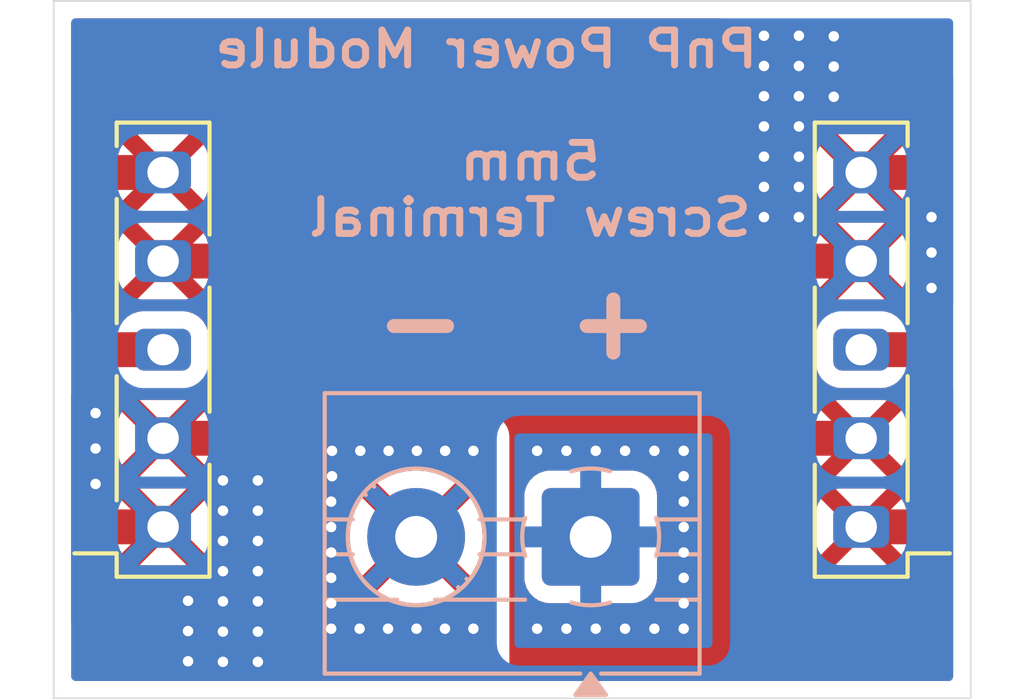
<source format=kicad_pcb>
(kicad_pcb (version 20240108) (generator "pcbnew") (generator_version "8.0")
  (title_block (title "PlugAndPlay Power Module - 5mm Terminal Connector") (date "2025-04-26") (rev "1") (company "A.B. Yazamut"))
  (layers (0 "F.Cu" signal) (31 "B.Cu" signal) (34 "B.Paste" user) (35 "F.Paste" user) (36 "B.SilkS" user "B.Silkscreen") (37 "F.SilkS" user "F.Silkscreen") (38 "B.Mask" user) (39 "F.Mask" user) (44 "Edge.Cuts" user))
  (net 0 "")
  (net 1 "GND")
  (net 2 "VDC")
  (footprint "Fiducial:Fiducial_1mm_Mask2mm" (layer "F.Cu") (at 154.31 87.5)
    (property "Reference" "REF**" (hide yes))
    (property "Value" "Fiducial_1mm_Mask2mm" (hide yes))
    (pad "" smd circle (at 0 0) (size 1 1) (layers "F.Cu" "F.Mask") (clearance 0.5))
  )
  (footprint "Library:PinSocket_1x05_P2.54mm_Vertical_SMD_Pin1Right" (layer "F.Cu") (at 132.685 96 180)
    (property "Reference" "J1")
    (property "Value" "Conn_01x05")
    (fp_line (start 1.33 5.84) (end 1.33 6.51) (stroke (width 0.12)) (layer "F.SilkS"))
    (fp_line (start 1.33 0.76) (end 1.33 4.32) (stroke (width 0.12)) (layer "F.SilkS"))
    (fp_line (start 1.33 -4.32) (end 1.33 -0.76) (stroke (width 0.12)) (layer "F.SilkS"))
    (fp_line (start 1.33 -5.84) (end 2.54 -5.84) (stroke (width 0.12)) (layer "F.SilkS"))
    (fp_line (start 1.33 -6.51) (end 1.33 -5.84) (stroke (width 0.12)) (layer "F.SilkS"))
    (fp_line (start -1.33 6.51) (end 1.33 6.51) (stroke (width 0.12)) (layer "F.SilkS"))
    (fp_line (start -1.33 3.3) (end -1.33 6.51) (stroke (width 0.12)) (layer "F.SilkS"))
    (fp_line (start -1.33 -1.78) (end -1.33 1.78) (stroke (width 0.12)) (layer "F.SilkS"))
    (fp_line (start -1.33 -6.51) (end 1.33 -6.51) (stroke (width 0.12)) (layer "F.SilkS"))
    (fp_line (start -1.33 -6.51) (end -1.33 -3.3) (stroke (width 0.12)) (layer "F.SilkS"))
    (pad "1" thru_hole roundrect (at 0 -5.08 180) (size 1.6 1.2) (drill 0.9) (layers "*.Cu" "*.Mask" "In1.Cu" "In2.Cu" "In3.Cu" "In4.Cu" "In5.Cu" "In6.Cu" "In7.Cu" "In8.Cu" "In9.Cu" "In10.Cu" "In11.Cu" "In12.Cu" "In13.Cu" "In14.Cu" "In15.Cu" "In16.Cu" "In17.Cu" "In18.Cu" "In19.Cu" "In20.Cu" "In21.Cu" "In22.Cu" "In23.Cu" "In24.Cu" "In25.Cu" "In26.Cu" "In27.Cu" "In28.Cu" "In29.Cu" "In30.Cu") (roundrect_rratio 0.2083333333) (net 1 "GND"))
    (pad "1" smd rect (at 1.65 -5.08 180) (size 1.9 1) (layers "F.Cu" "F.Paste" "F.Mask") (net 1 "GND"))
    (pad "2" smd rect (at -1.65 -2.54 180) (size 1.9 1) (layers "F.Cu" "F.Paste" "F.Mask") (net 1 "GND"))
    (pad "2" thru_hole roundrect (at 0 -2.54 180) (size 1.6 1.2) (drill 0.9) (layers "*.Cu" "*.Mask" "In1.Cu" "In2.Cu" "In3.Cu" "In4.Cu" "In5.Cu" "In6.Cu" "In7.Cu" "In8.Cu" "In9.Cu" "In10.Cu" "In11.Cu" "In12.Cu" "In13.Cu" "In14.Cu" "In15.Cu" "In16.Cu" "In17.Cu" "In18.Cu" "In19.Cu" "In20.Cu" "In21.Cu" "In22.Cu" "In23.Cu" "In24.Cu" "In25.Cu" "In26.Cu" "In27.Cu" "In28.Cu" "In29.Cu" "In30.Cu") (roundrect_rratio 0.2083333333) (net 1 "GND"))
    (pad "3" thru_hole roundrect (at 0 0 180) (size 1.6 1.2) (drill 0.9) (layers "*.Cu" "*.Mask" "In1.Cu" "In2.Cu" "In3.Cu" "In4.Cu" "In5.Cu" "In6.Cu" "In7.Cu" "In8.Cu" "In9.Cu" "In10.Cu" "In11.Cu" "In12.Cu" "In13.Cu" "In14.Cu" "In15.Cu" "In16.Cu" "In17.Cu" "In18.Cu" "In19.Cu" "In20.Cu" "In21.Cu" "In22.Cu" "In23.Cu" "In24.Cu" "In25.Cu" "In26.Cu" "In27.Cu" "In28.Cu" "In29.Cu" "In30.Cu") (roundrect_rratio 0.2083333333))
    (pad "3" smd rect (at 1.65 0 180) (size 1.9 1) (layers "F.Cu" "F.Paste" "F.Mask"))
    (pad "4" smd rect (at -1.65 2.54 180) (size 1.9 1) (layers "F.Cu" "F.Paste" "F.Mask") (net 2 "VDC"))
    (pad "4" thru_hole roundrect (at 0 2.54 180) (size 1.6 1.2) (drill 0.9) (layers "*.Cu" "*.Mask" "In1.Cu" "In2.Cu" "In3.Cu" "In4.Cu" "In5.Cu" "In6.Cu" "In7.Cu" "In8.Cu" "In9.Cu" "In10.Cu" "In11.Cu" "In12.Cu" "In13.Cu" "In14.Cu" "In15.Cu" "In16.Cu" "In17.Cu" "In18.Cu" "In19.Cu" "In20.Cu" "In21.Cu" "In22.Cu" "In23.Cu" "In24.Cu" "In25.Cu" "In26.Cu" "In27.Cu" "In28.Cu" "In29.Cu" "In30.Cu") (roundrect_rratio 0.2083333333) (net 2 "VDC"))
    (pad "5" thru_hole roundrect (at 0 5.08 180) (size 1.6 1.2) (drill 0.9) (layers "*.Cu" "*.Mask" "In1.Cu" "In2.Cu" "In3.Cu" "In4.Cu" "In5.Cu" "In6.Cu" "In7.Cu" "In8.Cu" "In9.Cu" "In10.Cu" "In11.Cu" "In12.Cu" "In13.Cu" "In14.Cu" "In15.Cu" "In16.Cu" "In17.Cu" "In18.Cu" "In19.Cu" "In20.Cu" "In21.Cu" "In22.Cu" "In23.Cu" "In24.Cu" "In25.Cu" "In26.Cu" "In27.Cu" "In28.Cu" "In29.Cu" "In30.Cu") (roundrect_rratio 0.2083333333) (net 2 "VDC"))
    (pad "5" smd rect (at 1.65 5.08 180) (size 1.9 1) (layers "F.Cu" "F.Paste" "F.Mask") (net 2 "VDC"))
  )
  (footprint "Fiducial:Fiducial_1mm_Mask2mm" (layer "F.Cu") (at 131.05 104.5)
    (property "Reference" "REF**" (hide yes))
    (property "Value" "Fiducial_1mm_Mask2mm" (hide yes))
    (pad "" smd circle (at 0 0) (size 1 1) (layers "F.Cu" "F.Mask") (clearance 0.5))
  )
  (footprint "Library:PinSocket_1x05_P2.54mm_Vertical_SMD_Pin1Left" (layer "F.Cu") (at 152.685 96 180)
    (property "Reference" "J2")
    (property "Value" "Conn_01x05")
    (fp_line (start 1.33 3.3) (end 1.33 6.51) (stroke (width 0.12)) (layer "F.SilkS"))
    (fp_line (start 1.33 -1.78) (end 1.33 1.78) (stroke (width 0.12)) (layer "F.SilkS"))
    (fp_line (start 1.33 -6.51) (end 1.33 -3.3) (stroke (width 0.12)) (layer "F.SilkS"))
    (fp_line (start -1.33 6.51) (end 1.33 6.51) (stroke (width 0.12)) (layer "F.SilkS"))
    (fp_line (start -1.33 5.84) (end -1.33 6.51) (stroke (width 0.12)) (layer "F.SilkS"))
    (fp_line (start -1.33 0.76) (end -1.33 4.32) (stroke (width 0.12)) (layer "F.SilkS"))
    (fp_line (start -1.33 -4.32) (end -1.33 -0.76) (stroke (width 0.12)) (layer "F.SilkS"))
    (fp_line (start -1.33 -6.51) (end 1.33 -6.51) (stroke (width 0.12)) (layer "F.SilkS"))
    (fp_line (start -1.33 -6.51) (end -1.33 -5.84) (stroke (width 0.12)) (layer "F.SilkS"))
    (fp_line (start -2.54 -5.84) (end -1.33 -5.84) (stroke (width 0.12)) (layer "F.SilkS"))
    (pad "1" smd rect (at -1.65 -5.08 180) (size 1.9 1) (layers "F.Cu" "F.Paste" "F.Mask") (net 2 "VDC"))
    (pad "1" thru_hole roundrect (at 0 -5.08 180) (size 1.6 1.2) (drill 0.9) (layers "*.Cu" "*.Mask" "In1.Cu" "In2.Cu" "In3.Cu" "In4.Cu" "In5.Cu" "In6.Cu" "In7.Cu" "In8.Cu" "In9.Cu" "In10.Cu" "In11.Cu" "In12.Cu" "In13.Cu" "In14.Cu" "In15.Cu" "In16.Cu" "In17.Cu" "In18.Cu" "In19.Cu" "In20.Cu" "In21.Cu" "In22.Cu" "In23.Cu" "In24.Cu" "In25.Cu" "In26.Cu" "In27.Cu" "In28.Cu" "In29.Cu" "In30.Cu") (roundrect_rratio 0.2083333333) (net 2 "VDC"))
    (pad "2" thru_hole roundrect (at 0 -2.54 180) (size 1.6 1.2) (drill 0.9) (layers "*.Cu" "*.Mask" "In1.Cu" "In2.Cu" "In3.Cu" "In4.Cu" "In5.Cu" "In6.Cu" "In7.Cu" "In8.Cu" "In9.Cu" "In10.Cu" "In11.Cu" "In12.Cu" "In13.Cu" "In14.Cu" "In15.Cu" "In16.Cu" "In17.Cu" "In18.Cu" "In19.Cu" "In20.Cu" "In21.Cu" "In22.Cu" "In23.Cu" "In24.Cu" "In25.Cu" "In26.Cu" "In27.Cu" "In28.Cu" "In29.Cu" "In30.Cu") (roundrect_rratio 0.2083333333) (net 2 "VDC"))
    (pad "2" smd rect (at 1.65 -2.54 180) (size 1.9 1) (layers "F.Cu" "F.Paste" "F.Mask") (net 2 "VDC"))
    (pad "3" smd rect (at -1.65 0 180) (size 1.9 1) (layers "F.Cu" "F.Paste" "F.Mask"))
    (pad "3" thru_hole roundrect (at 0 0 180) (size 1.6 1.2) (drill 0.9) (layers "*.Cu" "*.Mask" "In1.Cu" "In2.Cu" "In3.Cu" "In4.Cu" "In5.Cu" "In6.Cu" "In7.Cu" "In8.Cu" "In9.Cu" "In10.Cu" "In11.Cu" "In12.Cu" "In13.Cu" "In14.Cu" "In15.Cu" "In16.Cu" "In17.Cu" "In18.Cu" "In19.Cu" "In20.Cu" "In21.Cu" "In22.Cu" "In23.Cu" "In24.Cu" "In25.Cu" "In26.Cu" "In27.Cu" "In28.Cu" "In29.Cu" "In30.Cu") (roundrect_rratio 0.2083333333))
    (pad "4" thru_hole roundrect (at 0 2.54 180) (size 1.6 1.2) (drill 0.9) (layers "*.Cu" "*.Mask" "In1.Cu" "In2.Cu" "In3.Cu" "In4.Cu" "In5.Cu" "In6.Cu" "In7.Cu" "In8.Cu" "In9.Cu" "In10.Cu" "In11.Cu" "In12.Cu" "In13.Cu" "In14.Cu" "In15.Cu" "In16.Cu" "In17.Cu" "In18.Cu" "In19.Cu" "In20.Cu" "In21.Cu" "In22.Cu" "In23.Cu" "In24.Cu" "In25.Cu" "In26.Cu" "In27.Cu" "In28.Cu" "In29.Cu" "In30.Cu") (roundrect_rratio 0.2083333333) (net 1 "GND"))
    (pad "4" smd rect (at 1.65 2.54 180) (size 1.9 1) (layers "F.Cu" "F.Paste" "F.Mask") (net 1 "GND"))
    (pad "5" smd rect (at -1.65 5.08 180) (size 1.9 1) (layers "F.Cu" "F.Paste" "F.Mask") (net 1 "GND"))
    (pad "5" thru_hole roundrect (at 0 5.08 180) (size 1.6 1.2) (drill 0.9) (layers "*.Cu" "*.Mask" "In1.Cu" "In2.Cu" "In3.Cu" "In4.Cu" "In5.Cu" "In6.Cu" "In7.Cu" "In8.Cu" "In9.Cu" "In10.Cu" "In11.Cu" "In12.Cu" "In13.Cu" "In14.Cu" "In15.Cu" "In16.Cu" "In17.Cu" "In18.Cu" "In19.Cu" "In20.Cu" "In21.Cu" "In22.Cu" "In23.Cu" "In24.Cu" "In25.Cu" "In26.Cu" "In27.Cu" "In28.Cu" "In29.Cu" "In30.Cu") (roundrect_rratio 0.2083333333) (net 1 "GND"))
  )
  (footprint "TerminalBlock:TerminalBlock_MaiXu_MX126-5.0-02P_1x02_P5.00mm" (layer "B.Cu") (at 144.935 101.3675 180)
    (property "Reference" "J3" (hide yes))
    (property "Value" "Screw_Terminal" (hide yes))
    (fp_line (start 7.62 4.12) (end -3.12 4.12) (stroke (width 0.12)) (layer "B.SilkS"))
    (fp_line (start 7.62 0.5) (end 6.812 0.5) (stroke (width 0.12)) (layer "B.SilkS"))
    (fp_line (start 7.62 -0.5) (end 6.812 -0.5) (stroke (width 0.12)) (layer "B.SilkS"))
    (fp_line (start 7.62 -1.8) (end 5.543 -1.8) (stroke (width 0.12)) (layer "B.SilkS"))
    (fp_line (start 7.62 -3.92) (end 7.62 4.12) (stroke (width 0.12)) (layer "B.SilkS"))
    (fp_line (start 7.62 -3.92) (end 0.3 -3.92) (stroke (width 0.12)) (layer "B.SilkS"))
    (fp_line (start 6.444 1.204) (end 6.487 1.247) (stroke (width 0.12)) (layer "B.SilkS"))
    (fp_line (start 6.204 1.443) (end 6.247 1.486) (stroke (width 0.12)) (layer "B.SilkS"))
    (fp_line (start 4.457 -1.8) (end 1.88 -1.8) (stroke (width 0.12)) (layer "B.SilkS"))
    (fp_line (start 3.752 -1.486) (end 3.795 -1.443) (stroke (width 0.12)) (layer "B.SilkS"))
    (fp_line (start 3.513 -1.247) (end 3.556 -1.204) (stroke (width 0.12)) (layer "B.SilkS"))
    (fp_line (start 3.188 0.5) (end 1.88 0.5) (stroke (width 0.12)) (layer "B.SilkS"))
    (fp_line (start 3.188 -0.5) (end 1.88 -0.5) (stroke (width 0.12)) (layer "B.SilkS"))
    (fp_line (start -0.3 -3.92) (end -3.12 -3.92) (stroke (width 0.12)) (layer "B.SilkS"))
    (fp_line (start -1.88 0.5) (end -3.12 0.5) (stroke (width 0.12)) (layer "B.SilkS"))
    (fp_line (start -1.88 -0.5) (end -3.12 -0.5) (stroke (width 0.12)) (layer "B.SilkS"))
    (fp_line (start -1.88 -1.8) (end -3.12 -1.8) (stroke (width 0.12)) (layer "B.SilkS"))
    (fp_line (start -3.12 -3.92) (end -3.12 4.12) (stroke (width 0.12)) (layer "B.SilkS"))
    (fp_arc (start 1.879861 -0.554472) (mid 1.959928 -0.000246) (end 1.88 0.554) (stroke (width 0.12)) (layer "B.SilkS"))
    (fp_arc (start 0.554472 1.879861) (mid 0.000246 1.959928) (end -0.554 1.88) (stroke (width 0.12)) (layer "B.SilkS"))
    (fp_arc (start -0.554472 -1.879861) (mid -0.000246 -1.959928) (end 0.554 -1.88) (stroke (width 0.12)) (layer "B.SilkS"))
    (fp_arc (start -1.879861 0.554472) (mid -1.959928 0.000246) (end -1.88 -0.554) (stroke (width 0.12)) (layer "B.SilkS"))
    (fp_circle (center 5 0) (end 6.96 0) (stroke (width 0.12)) (fill none) (layer "B.SilkS"))
    (fp_poly (pts (xy 0 -3.92) (xy 0.44 -4.53) (xy -0.44 -4.53) (xy 0 -3.92)) (stroke (width 0.12)) (fill solid) (layer "B.SilkS"))
    (pad "1" thru_hole roundrect (at 0 0 180) (size 2.8 2.8) (drill 1.2) (layers "*.Cu" "*.Mask" "In1.Cu" "In2.Cu" "In3.Cu" "In4.Cu" "In5.Cu" "In6.Cu" "In7.Cu" "In8.Cu" "In9.Cu" "In10.Cu" "In11.Cu" "In12.Cu" "In13.Cu" "In14.Cu" "In15.Cu" "In16.Cu" "In17.Cu" "In18.Cu" "In19.Cu" "In20.Cu" "In21.Cu" "In22.Cu" "In23.Cu" "In24.Cu" "In25.Cu" "In26.Cu" "In27.Cu" "In28.Cu" "In29.Cu" "In30.Cu") (roundrect_rratio 0.089286) (net 2 "VDC"))
    (pad "2" thru_hole circle (at 5 0 180) (size 2.8 2.8) (drill 1.2) (layers "*.Cu" "*.Mask" "In1.Cu" "In2.Cu" "In3.Cu" "In4.Cu" "In5.Cu" "In6.Cu" "In7.Cu" "In8.Cu" "In9.Cu" "In10.Cu" "In11.Cu" "In12.Cu" "In13.Cu" "In14.Cu" "In15.Cu" "In16.Cu" "In17.Cu" "In18.Cu" "In19.Cu" "In20.Cu" "In21.Cu" "In22.Cu" "In23.Cu" "In24.Cu" "In25.Cu" "In26.Cu" "In27.Cu" "In28.Cu" "In29.Cu" "In30.Cu") (net 1 "GND"))
  )
  (gr_rect (start 129.55 86) (end 155.82 106) (stroke (width 0.05)) (fill none) (layer "Edge.Cuts"))
  (gr_text "   PnP Power Module\n\n5mm\nScrew Terminal" (at 143.2 92.8 0) (layer "B.SilkS") (effects (font (size 1 1.1) (thickness 0.2) (bold yes)) (justify bottom mirror)))
  (gr_text "+  -" (at 147.085 96.35 0) (layer "B.SilkS") (effects (font (size 2 2) (thickness 0.4) (bold yes)) (justify left bottom mirror)))
  (via (at 149.9 91.33333) (size 0.5) (drill 0.3) (layers "F.Cu" "B.Cu") (net 1))
  (via (at 154.7 94.232) (size 0.5) (drill 0.3) (layers "F.Cu" "B.Cu") (net 1))
  (via (at 150.9 90.466664) (size 0.5) (drill 0.3) (layers "F.Cu" "B.Cu") (net 1))
  (via (at 138.335 98.9) (size 0.5) (drill 0.3) (layers "F.Cu" "B.Cu") (net 1))
  (via (at 150.9 92.2) (size 0.5) (drill 0.3) (layers "F.Cu" "B.Cu") (net 1))
  (via (at 134.4 103.216668) (size 0.5) (drill 0.3) (layers "F.Cu" "B.Cu") (net 1))
  (via (at 134.4 100.61667) (size 0.5) (drill 0.3) (layers "F.Cu" "B.Cu") (net 1))
  (via (at 133.4 104.933332) (size 0.5) (drill 0.3) (layers "F.Cu" "B.Cu") (net 1))
  (via (at 135.4 103.216668) (size 0.5) (drill 0.3) (layers "F.Cu" "B.Cu") (net 1))
  (via (at 139.145 98.9) (size 0.5) (drill 0.3) (layers "F.Cu" "B.Cu") (net 1))
  (via (at 134.4 102.350002) (size 0.5) (drill 0.3) (layers "F.Cu" "B.Cu") (net 1))
  (via (at 151.9 88.75) (size 0.5) (drill 0.3) (layers "F.Cu" "B.Cu") (net 1))
  (via (at 130.75 98.834) (size 0.5) (drill 0.3) (layers "F.Cu" "B.Cu") (net 1))
  (via (at 150.9 89.599998) (size 0.5) (drill 0.3) (layers "F.Cu" "B.Cu") (net 1))
  (via (at 135.4 104.083334) (size 0.5) (drill 0.3) (layers "F.Cu" "B.Cu") (net 1))
  (via (at 139.945 104) (size 0.5) (drill 0.3) (layers "F.Cu" "B.Cu") (net 1))
  (via (at 135.4 101.483336) (size 0.5) (drill 0.3) (layers "F.Cu" "B.Cu") (net 1))
  (via (at 149.9 87) (size 0.5) (drill 0.3) (layers "F.Cu" "B.Cu") (net 1))
  (via (at 139.955 98.9) (size 0.5) (drill 0.3) (layers "F.Cu" "B.Cu") (net 1))
  (via (at 149.9 88.733332) (size 0.5) (drill 0.3) (layers "F.Cu" "B.Cu") (net 1))
  (via (at 141.575 98.9) (size 0.5) (drill 0.3) (layers "F.Cu" "B.Cu") (net 1))
  (via (at 133.4 104.066666) (size 0.5) (drill 0.3) (layers "F.Cu" "B.Cu") (net 1))
  (via (at 149.9 92.2) (size 0.5) (drill 0.3) (layers "F.Cu" "B.Cu") (net 1))
  (via (at 154.7 92.2) (size 0.5) (drill 0.3) (layers "F.Cu" "B.Cu") (net 1))
  (via (at 151.9 87.883334) (size 0.5) (drill 0.3) (layers "F.Cu" "B.Cu") (net 1))
  (via (at 133.4 103.2) (size 0.5) (drill 0.3) (layers "F.Cu" "B.Cu") (net 1))
  (via (at 139.13 104) (size 0.5) (drill 0.3) (layers "F.Cu" "B.Cu") (net 1))
  (via (at 137.5 104) (size 0.5) (drill 0.3) (layers "F.Cu" "B.Cu") (net 1))
  (via (at 130.75 97.818) (size 0.5) (drill 0.3) (layers "F.Cu" "B.Cu") (net 1))
  (via (at 149.9 90.466664) (size 0.5) (drill 0.3) (layers "F.Cu" "B.Cu") (net 1))
  (via (at 137.5 100.357142) (size 0.5) (drill 0.3) (layers "F.Cu" "B.Cu") (net 1))
  (via (at 134.4 104.083334) (size 0.5) (drill 0.3) (layers "F.Cu" "B.Cu") (net 1))
  (via (at 154.7 93.216) (size 0.5) (drill 0.3) (layers "F.Cu" "B.Cu") (net 1))
  (via (at 130.75 99.85) (size 0.5) (drill 0.3) (layers "F.Cu" "B.Cu") (net 1))
  (via (at 150.9 87) (size 0.5) (drill 0.3) (layers "F.Cu" "B.Cu") (net 1))
  (via (at 137.5 102.542855) (size 0.5) (drill 0.3) (layers "F.Cu" "B.Cu") (net 1))
  (via (at 134.4 104.95) (size 0.5) (drill 0.3) (layers "F.Cu" "B.Cu") (net 1))
  (via (at 137.5 101.814284) (size 0.5) (drill 0.3) (layers "F.Cu" "B.Cu") (net 1))
  (via (at 150.9 87.866666) (size 0.5) (drill 0.3) (layers "F.Cu" "B.Cu") (net 1))
  (via (at 137.525 98.9) (size 0.5) (drill 0.3) (layers "F.Cu" "B.Cu") (net 1))
  (via (at 137.5 103.271426) (size 0.5) (drill 0.3) (layers "F.Cu" "B.Cu") (net 1))
  (via (at 149.9 89.599998) (size 0.5) (drill 0.3) (layers "F.Cu" "B.Cu") (net 1))
  (via (at 135.4 102.350002) (size 0.5) (drill 0.3) (layers "F.Cu" "B.Cu") (net 1))
  (via (at 150.9 88.733332) (size 0.5) (drill 0.3) (layers "F.Cu" "B.Cu") (net 1))
  (via (at 137.5 101.085713) (size 0.5) (drill 0.3) (layers "F.Cu" "B.Cu") (net 1))
  (via (at 140.765 98.9) (size 0.5) (drill 0.3) (layers "F.Cu" "B.Cu") (net 1))
  (via (at 135.4 100.61667) (size 0.5) (drill 0.3) (layers "F.Cu" "B.Cu") (net 1))
  (via (at 138.315 104) (size 0.5) (drill 0.3) (layers "F.Cu" "B.Cu") (net 1))
  (via (at 135.4 104.95) (size 0.5) (drill 0.3) (layers "F.Cu" "B.Cu") (net 1))
  (via (at 149.9 87.866666) (size 0.5) (drill 0.3) (layers "F.Cu" "B.Cu") (net 1))
  (via (at 135.4 99.75) (size 0.5) (drill 0.3) (layers "F.Cu" "B.Cu") (net 1))
  (via (at 137.525 99.628571) (size 0.5) (drill 0.3) (layers "F.Cu" "B.Cu") (net 1))
  (via (at 134.4 101.483336) (size 0.5) (drill 0.3) (layers "F.Cu" "B.Cu") (net 1))
  (via (at 151.9 87.016668) (size 0.5) (drill 0.3) (layers "F.Cu" "B.Cu") (net 1))
  (via (at 150.9 91.33333) (size 0.5) (drill 0.3) (layers "F.Cu" "B.Cu") (net 1))
  (via (at 141.575 104) (size 0.5) (drill 0.3) (layers "F.Cu" "B.Cu") (net 1))
  (via (at 140.76 104) (size 0.5) (drill 0.3) (layers "F.Cu" "B.Cu") (net 1))
  (via (at 134.4 99.75) (size 0.5) (drill 0.3) (layers "F.Cu" "B.Cu") (net 1))
  (via (at 147.6 98.9) (size 0.5) (drill 0.3) (layers "F.Cu" "B.Cu") (net 2))
  (via (at 147.6 101.085713) (size 0.5) (drill 0.3) (layers "F.Cu" "B.Cu") (net 2))
  (via (at 147.6 99.628571) (size 0.5) (drill 0.3) (layers "F.Cu" "B.Cu") (net 2))
  (via (at 146.76 104) (size 0.5) (drill 0.3) (layers "F.Cu" "B.Cu") (net 2))
  (via (at 145.92 104) (size 0.5) (drill 0.3) (layers "F.Cu" "B.Cu") (net 2))
  (via (at 147.6 101.814284) (size 0.5) (drill 0.3) (layers "F.Cu" "B.Cu") (net 2))
  (via (at 147.6 102.542855) (size 0.5) (drill 0.3) (layers "F.Cu" "B.Cu") (net 2))
  (via (at 144.24 98.9) (size 0.5) (drill 0.3) (layers "F.Cu" "B.Cu") (net 2))
  (via (at 143.4 98.9) (size 0.5) (drill 0.3) (layers "F.Cu" "B.Cu") (net 2))
  (via (at 147.6 103.271426) (size 0.5) (drill 0.3) (layers "F.Cu" "B.Cu") (net 2))
  (via (at 145.08 104) (size 0.5) (drill 0.3) (layers "F.Cu" "B.Cu") (net 2))
  (via (at 145.92 98.9) (size 0.5) (drill 0.3) (layers "F.Cu" "B.Cu") (net 2))
  (via (at 147.6 100.357142) (size 0.5) (drill 0.3) (layers "F.Cu" "B.Cu") (net 2))
  (via (at 145.08 98.9) (size 0.5) (drill 0.3) (layers "F.Cu" "B.Cu") (net 2))
  (via (at 146.76 98.9) (size 0.5) (drill 0.3) (layers "F.Cu" "B.Cu") (net 2))
  (via (at 147.6 104) (size 0.5) (drill 0.3) (layers "F.Cu" "B.Cu") (net 2))
  (via (at 143.4 104) (size 0.5) (drill 0.3) (layers "F.Cu" "B.Cu") (net 2))
  (via (at 144.24 104) (size 0.5) (drill 0.3) (layers "F.Cu" "B.Cu") (net 2))
  (zone (net 1) (net_name "GND") (layer "F.Cu") (name "GND") (priority 4) (connect_pads thru_hole_only (clearance 0.5)) (min_thickness 0.25) (fill yes (thermal_gap 0.5) (thermal_bridge_width 0.6))
    (polygon (pts (xy 155.5 86.54) (xy 149.3 86.54) (xy 149.3 94.828) (xy 155.5 94.828)))
  )
  (zone (net 1) (net_name "GND") (layer "F.Cu") (name "GND") (priority 4) (connect_pads thru_hole_only (clearance 0.5)) (min_thickness 0.25) (fill yes (thermal_gap 0.5) (thermal_bridge_width 0.6))
    (polygon (pts (xy 129.982 105.45) (xy 135.982 105.45) (xy 135.982 97.162) (xy 129.982 97.162)))
  )
  (zone (net 2) (net_name "VDC") (layer "F.Cu") (connect_pads thru_hole_only (clearance 0.5)) (min_thickness 0.25) (fill yes (thermal_gap 0.5) (thermal_bridge_width 0.5))
    (polygon (pts (xy 129.6 86) (xy 155.8 86) (xy 155.8 106) (xy 129.6 106)))
  )
  (zone (net 1) (net_name "GND") (layer "F.Cu") (name "GND") (priority 2) (connect_pads thru_hole_only (clearance 0.5)) (min_thickness 0.25) (fill yes (thermal_gap 0.5) (thermal_bridge_width 0.6))
    (polygon (pts (xy 135.95 98.375) (xy 135.95 105.425) (xy 142.1 105.425) (xy 142.1 98.375)))
  )
  (zone (net 2) (net_name "VDC") (layer "B.Cu") (name "GND") (priority 2) (connect_pads thru_hole_only (clearance 0.5)) (min_thickness 0.25) (fill yes (thermal_gap 0.5) (thermal_bridge_width 0.6))
    (polygon (pts (xy 142.75 98.4) (xy 142.75 104.55) (xy 148.425 104.55) (xy 148.425 98.4)))
  )
  (zone (net 1) (net_name "GND") (layer "B.Cu") (priority 1) (connect_pads thru_hole_only (clearance 0.5)) (min_thickness 0.25) (fill yes (thermal_gap 0.5) (thermal_bridge_width 0.5))
    (polygon (pts (xy 129.6 86.1) (xy 155.7 86.1) (xy 155.7 105.9) (xy 129.6 105.9)))
  )
)
</source>
